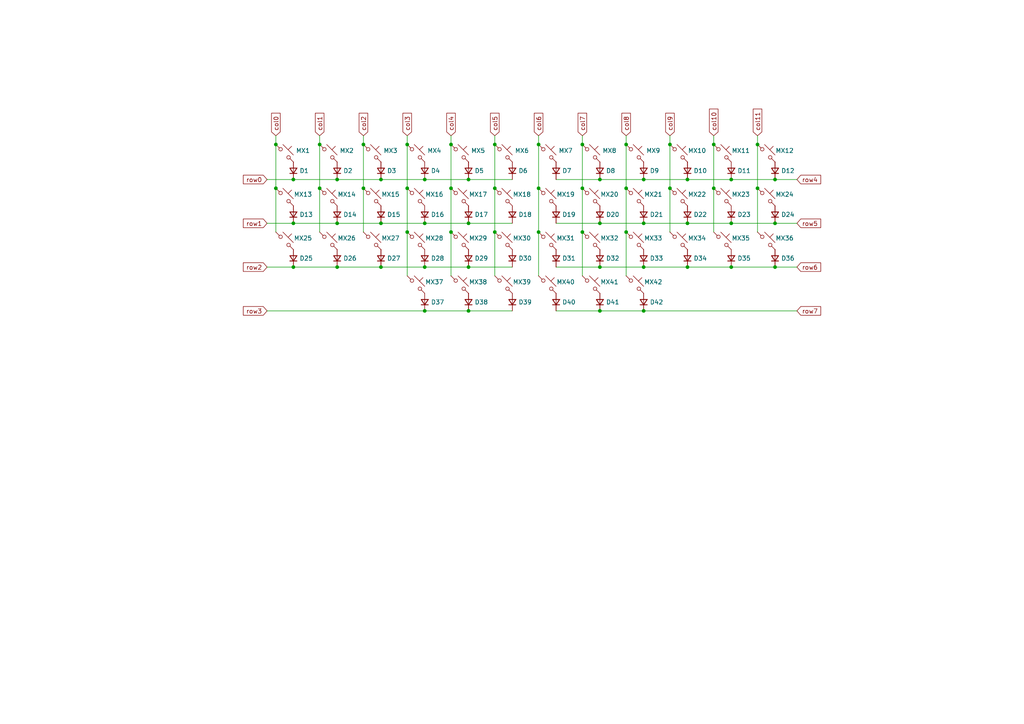
<source format=kicad_sch>
(kicad_sch (version 20231120) (generator "eeschema") (generator_version "8.0")
  (paper "A4")
  (lib_symbols
    (symbol "Device:D_Small" (pin_numbers hide) (pin_names (offset 0.254) hide)
      (property "Reference" "D" (at -1.27 2.032 0))
      (property "Value" "D_Small" (at -3.81 -2.032 0))
      (symbol "D_Small_0_1"
        (polyline (pts (xy -0.762 -1.016) (xy -0.762 1.016)) (stroke (width 0.254)))
        (polyline (pts (xy -0.762 0) (xy 0.762 0)))
        (polyline (pts (xy 0.762 -1.016) (xy -0.762 0) (xy 0.762 1.016) (xy 0.762 -1.016)) (stroke (width 0.254)))
      )
      (symbol "D_Small_1_1"
        (pin passive line (at -2.54 0 0) (length 1.778) (name "K") (number "1"))
        (pin passive line (at 2.54 0 180) (length 1.778) (name "A") (number "2"))
      )
    )
    (symbol "PCM_marbastlib-mx:MX_SW_solder" (pin_numbers hide) (pin_names (offset 1.016) hide)
      (property "Reference" "MX" (at 3.048 1.016 0))
      (property "Value" "MX_SW_solder" (at 0 -3.81 0))
      (symbol "MX_SW_solder_0_1"
        (circle (center -1.1684 1.1684) (radius 0.508))
        (polyline (pts (xy -0.508 2.54) (xy 2.54 -0.508)))
        (polyline (pts (xy 1.016 1.016) (xy 2.032 2.032)))
        (polyline (pts (xy -2.54 2.54) (xy -1.524 1.524) (xy -1.524 1.524)))
        (polyline (pts (xy 1.524 -1.524) (xy 2.54 -2.54) (xy 2.54 -2.54) (xy 2.54 -2.54)))
        (circle (center 1.143 -1.1938) (radius 0.508))
        (pin passive line (at -2.54 2.54 0) (length 0) (name "1") (number "1"))
        (pin passive line (at 2.54 -2.54 180) (length 0) (name "2") (number "2"))
      )
    )
  )
  (junction (at 123.19 52.07))
  (junction (at 85.09 64.77))
  (junction (at 186.69 64.77))
  (junction (at 85.09 52.07))
  (junction (at 123.19 64.77))
  (junction (at 199.39 52.07))
  (junction (at 156.21 67.31))
  (junction (at 212.09 77.47))
  (junction (at 173.99 90.17))
  (junction (at 224.79 52.07))
  (junction (at 135.89 52.07))
  (junction (at 194.31 54.61))
  (junction (at 156.21 54.61))
  (junction (at 212.09 64.77))
  (junction (at 173.99 77.47))
  (junction (at 105.41 54.61))
  (junction (at 110.49 52.07))
  (junction (at 181.61 41.91))
  (junction (at 219.71 54.61))
  (junction (at 143.51 41.91))
  (junction (at 224.79 77.47))
  (junction (at 143.51 54.61))
  (junction (at 168.91 41.91))
  (junction (at 130.81 41.91))
  (junction (at 168.91 54.61))
  (junction (at 80.01 41.91))
  (junction (at 92.71 54.61))
  (junction (at 224.79 64.77))
  (junction (at 97.79 77.47))
  (junction (at 212.09 52.07))
  (junction (at 123.19 77.47))
  (junction (at 118.11 54.61))
  (junction (at 135.89 90.17))
  (junction (at 168.91 67.31))
  (junction (at 207.01 41.91))
  (junction (at 118.11 67.31))
  (junction (at 173.99 64.77))
  (junction (at 80.01 54.61))
  (junction (at 194.31 41.91))
  (junction (at 173.99 52.07))
  (junction (at 219.71 41.91))
  (junction (at 92.71 41.91))
  (junction (at 110.49 64.77))
  (junction (at 143.51 67.31))
  (junction (at 118.11 41.91))
  (junction (at 199.39 64.77))
  (junction (at 186.69 90.17))
  (junction (at 181.61 67.31))
  (junction (at 85.09 77.47))
  (junction (at 130.81 67.31))
  (junction (at 186.69 77.47))
  (junction (at 199.39 77.47))
  (junction (at 105.41 41.91))
  (junction (at 156.21 41.91))
  (junction (at 181.61 54.61))
  (junction (at 130.81 54.61))
  (junction (at 207.01 54.61))
  (junction (at 110.49 77.47))
  (junction (at 97.79 52.07))
  (junction (at 186.69 52.07))
  (junction (at 97.79 64.77))
  (junction (at 123.19 90.17))
  (junction (at 135.89 77.47))
  (junction (at 135.89 64.77))
  (wire (pts (xy 92.71 54.61) (xy 92.71 67.31)))
  (wire (pts (xy 97.79 52.07) (xy 110.49 52.07)))
  (wire (pts (xy 123.19 52.07) (xy 135.89 52.07)))
  (wire (pts (xy 219.71 54.61) (xy 219.71 67.31)))
  (wire (pts (xy 118.11 54.61) (xy 118.11 67.31)))
  (wire (pts (xy 156.21 41.91) (xy 156.21 54.61)))
  (wire (pts (xy 194.31 39.37) (xy 194.31 41.91)))
  (wire (pts (xy 110.49 52.07) (xy 123.19 52.07)))
  (wire (pts (xy 212.09 64.77) (xy 224.79 64.77)))
  (wire (pts (xy 181.61 54.61) (xy 181.61 67.31)))
  (wire (pts (xy 173.99 90.17) (xy 186.69 90.17)))
  (wire (pts (xy 224.79 77.47) (xy 231.14 77.47)))
  (wire (pts (xy 123.19 77.47) (xy 135.89 77.47)))
  (wire (pts (xy 219.71 41.91) (xy 219.71 54.61)))
  (wire (pts (xy 168.91 54.61) (xy 168.91 67.31)))
  (wire (pts (xy 123.19 90.17) (xy 135.89 90.17)))
  (wire (pts (xy 77.47 52.07) (xy 85.09 52.07)))
  (wire (pts (xy 105.41 54.61) (xy 105.41 67.31)))
  (wire (pts (xy 77.47 77.47) (xy 85.09 77.47)))
  (wire (pts (xy 207.01 41.91) (xy 207.01 54.61)))
  (wire (pts (xy 212.09 52.07) (xy 224.79 52.07)))
  (wire (pts (xy 207.01 54.61) (xy 207.01 67.31)))
  (wire (pts (xy 161.29 64.77) (xy 173.99 64.77)))
  (wire (pts (xy 135.89 77.47) (xy 148.59 77.47)))
  (wire (pts (xy 194.31 41.91) (xy 194.31 54.61)))
  (wire (pts (xy 135.89 90.17) (xy 148.59 90.17)))
  (wire (pts (xy 80.01 41.91) (xy 80.01 54.61)))
  (wire (pts (xy 118.11 67.31) (xy 118.11 80.01)))
  (wire (pts (xy 199.39 52.07) (xy 212.09 52.07)))
  (wire (pts (xy 161.29 77.47) (xy 173.99 77.47)))
  (wire (pts (xy 224.79 64.77) (xy 231.14 64.77)))
  (wire (pts (xy 161.29 90.17) (xy 173.99 90.17)))
  (wire (pts (xy 199.39 64.77) (xy 212.09 64.77)))
  (wire (pts (xy 186.69 64.77) (xy 199.39 64.77)))
  (wire (pts (xy 194.31 54.61) (xy 194.31 67.31)))
  (wire (pts (xy 123.19 64.77) (xy 135.89 64.77)))
  (wire (pts (xy 168.91 39.37) (xy 168.91 41.91)))
  (wire (pts (xy 168.91 67.31) (xy 168.91 80.01)))
  (wire (pts (xy 110.49 77.47) (xy 123.19 77.47)))
  (wire (pts (xy 80.01 39.37) (xy 80.01 41.91)))
  (wire (pts (xy 143.51 67.31) (xy 143.51 80.01)))
  (wire (pts (xy 85.09 77.47) (xy 97.79 77.47)))
  (wire (pts (xy 181.61 67.31) (xy 181.61 80.01)))
  (wire (pts (xy 143.51 39.37) (xy 143.51 41.91)))
  (wire (pts (xy 80.01 54.61) (xy 80.01 67.31)))
  (wire (pts (xy 156.21 39.37) (xy 156.21 41.91)))
  (wire (pts (xy 92.71 39.37) (xy 92.71 41.91)))
  (wire (pts (xy 110.49 64.77) (xy 123.19 64.77)))
  (wire (pts (xy 97.79 64.77) (xy 110.49 64.77)))
  (wire (pts (xy 77.47 64.77) (xy 85.09 64.77)))
  (wire (pts (xy 118.11 39.37) (xy 118.11 41.91)))
  (wire (pts (xy 85.09 64.77) (xy 97.79 64.77)))
  (wire (pts (xy 118.11 41.91) (xy 118.11 54.61)))
  (wire (pts (xy 224.79 52.07) (xy 231.14 52.07)))
  (wire (pts (xy 199.39 77.47) (xy 212.09 77.47)))
  (wire (pts (xy 77.47 90.17) (xy 123.19 90.17)))
  (wire (pts (xy 181.61 39.37) (xy 181.61 41.91)))
  (wire (pts (xy 135.89 52.07) (xy 148.59 52.07)))
  (wire (pts (xy 156.21 54.61) (xy 156.21 67.31)))
  (wire (pts (xy 173.99 77.47) (xy 186.69 77.47)))
  (wire (pts (xy 143.51 41.91) (xy 143.51 54.61)))
  (wire (pts (xy 105.41 39.37) (xy 105.41 41.91)))
  (wire (pts (xy 130.81 67.31) (xy 130.81 80.01)))
  (wire (pts (xy 92.71 41.91) (xy 92.71 54.61)))
  (wire (pts (xy 130.81 41.91) (xy 130.81 54.61)))
  (wire (pts (xy 135.89 64.77) (xy 148.59 64.77)))
  (wire (pts (xy 181.61 41.91) (xy 181.61 54.61)))
  (wire (pts (xy 143.51 54.61) (xy 143.51 67.31)))
  (wire (pts (xy 97.79 77.47) (xy 110.49 77.47)))
  (wire (pts (xy 168.91 41.91) (xy 168.91 54.61)))
  (wire (pts (xy 173.99 64.77) (xy 186.69 64.77)))
  (wire (pts (xy 85.09 52.07) (xy 97.79 52.07)))
  (wire (pts (xy 212.09 77.47) (xy 224.79 77.47)))
  (wire (pts (xy 156.21 67.31) (xy 156.21 80.01)))
  (wire (pts (xy 130.81 39.37) (xy 130.81 41.91)))
  (wire (pts (xy 173.99 52.07) (xy 186.69 52.07)))
  (wire (pts (xy 130.81 54.61) (xy 130.81 67.31)))
  (wire (pts (xy 219.71 39.37) (xy 219.71 41.91)))
  (wire (pts (xy 105.41 41.91) (xy 105.41 54.61)))
  (wire (pts (xy 186.69 90.17) (xy 231.14 90.17)))
  (wire (pts (xy 161.29 52.07) (xy 173.99 52.07)))
  (wire (pts (xy 186.69 52.07) (xy 199.39 52.07)))
  (wire (pts (xy 186.69 77.47) (xy 199.39 77.47)))
  (wire (pts (xy 207.01 39.37) (xy 207.01 41.91)))
  (global_label "col1" (shape input) (at 92.71 39.37 90) (property "Intersheetrefs" "${INTERSHEET_REFS}" (effects (hide yes))))
  (global_label "col7" (shape input) (at 168.91 39.37 90) (property "Intersheetrefs" "${INTERSHEET_REFS}" (effects (hide yes))))
  (global_label "col4" (shape input) (at 130.81 39.37 90) (property "Intersheetrefs" "${INTERSHEET_REFS}" (effects (hide yes))))
  (global_label "row7" (shape input) (at 231.14 90.17 0) (property "Intersheetrefs" "${INTERSHEET_REFS}" (effects (hide yes))))
  (global_label "col6" (shape input) (at 156.21 39.37 90) (property "Intersheetrefs" "${INTERSHEET_REFS}" (effects (hide yes))))
  (global_label "col10" (shape input) (at 207.01 39.37 90) (property "Intersheetrefs" "${INTERSHEET_REFS}" (effects (hide yes))))
  (global_label "col3" (shape input) (at 118.11 39.37 90) (property "Intersheetrefs" "${INTERSHEET_REFS}" (effects (hide yes))))
  (global_label "col2" (shape input) (at 105.41 39.37 90) (property "Intersheetrefs" "${INTERSHEET_REFS}" (effects (hide yes))))
  (global_label "row2" (shape input) (at 77.47 77.47 180) (property "Intersheetrefs" "${INTERSHEET_REFS}" (effects (hide yes))))
  (global_label "col5" (shape input) (at 143.51 39.37 90) (property "Intersheetrefs" "${INTERSHEET_REFS}" (effects (hide yes))))
  (global_label "row3" (shape input) (at 77.47 90.17 180) (property "Intersheetrefs" "${INTERSHEET_REFS}" (effects (hide yes))))
  (global_label "col0" (shape input) (at 80.01 39.37 90) (property "Intersheetrefs" "${INTERSHEET_REFS}" (effects (hide yes))))
  (global_label "col11" (shape input) (at 219.71 39.37 90) (property "Intersheetrefs" "${INTERSHEET_REFS}" (effects (hide yes))))
  (global_label "col8" (shape input) (at 181.61 39.37 90) (property "Intersheetrefs" "${INTERSHEET_REFS}" (effects (hide yes))))
  (global_label "row1" (shape input) (at 77.47 64.77 180) (property "Intersheetrefs" "${INTERSHEET_REFS}" (effects (hide yes))))
  (global_label "row0" (shape input) (at 77.47 52.07 180) (property "Intersheetrefs" "${INTERSHEET_REFS}" (effects (hide yes))))
  (global_label "row4" (shape input) (at 231.14 52.07 0) (property "Intersheetrefs" "${INTERSHEET_REFS}" (effects (hide yes))))
  (global_label "row5" (shape input) (at 231.14 64.77 0) (property "Intersheetrefs" "${INTERSHEET_REFS}" (effects (hide yes))))
  (global_label "row6" (shape input) (at 231.14 77.47 0) (property "Intersheetrefs" "${INTERSHEET_REFS}" (effects (hide yes))))
  (global_label "col9" (shape input) (at 194.31 39.37 90) (property "Intersheetrefs" "${INTERSHEET_REFS}" (effects (hide yes))))
  (symbol (lib_id "Device:D_Small") (at 123.19 49.53 90) (unit 1)
    (property "Reference" "D4" (at 124.968 49.53 90) (effects (justify right)))
    (property "Value" "D_Small" (effects (hide yes)))
    (property "Footprint" "Diode_SMD:D_SOD-123" (effects (hide yes)))
    (property "Description" "Diode, small symbol" (effects (hide yes)))
    (property "Sim.Device" "D" (effects (hide yes)))
    (property "Sim.Pins" "1=K 2=A" (effects (hide yes)))
  )
  (symbol (lib_id "PCM_marbastlib-mx:MX_SW_solder") (at 146.05 57.15 0) (unit 1)
    (property "Reference" "MX18" (at 151.384 56.388 0))
    (property "Value" "MX_SW_solder" (effects (hide yes)))
    (property "Footprint" "user:SW_Redragon_LowProfile_PCB_1.00u" (effects (hide yes)))
    (property "Description" "Push button switch, normally open, two pins, 45° tilted" (effects (hide yes)))
  )
  (symbol (lib_id "Device:D_Small") (at 173.99 62.23 90) (unit 1)
    (property "Reference" "D20" (at 175.768 62.23 90) (effects (justify right)))
    (property "Value" "D_Small" (effects (hide yes)))
    (property "Footprint" "Diode_SMD:D_SOD-123" (effects (hide yes)))
    (property "Description" "Diode, small symbol" (effects (hide yes)))
    (property "Sim.Device" "D" (effects (hide yes)))
    (property "Sim.Pins" "1=K 2=A" (effects (hide yes)))
  )
  (symbol (lib_id "PCM_marbastlib-mx:MX_SW_solder") (at 209.55 57.15 0) (unit 1)
    (property "Reference" "MX23" (at 214.884 56.388 0))
    (property "Value" "MX_SW_solder" (effects (hide yes)))
    (property "Footprint" "user:SW_Redragon_LowProfile_PCB_1.00u" (effects (hide yes)))
    (property "Description" "Push button switch, normally open, two pins, 45° tilted" (effects (hide yes)))
  )
  (symbol (lib_id "PCM_marbastlib-mx:MX_SW_solder") (at 184.15 82.55 0) (unit 1)
    (property "Reference" "MX42" (at 189.484 81.788 0))
    (property "Value" "MX_SW_solder" (effects (hide yes)))
    (property "Footprint" "user:SW_Redragon_LowProfile_PCB_1.00u" (effects (hide yes)))
    (property "Description" "Push button switch, normally open, two pins, 45° tilted" (effects (hide yes)))
  )
  (symbol (lib_id "Device:D_Small") (at 110.49 74.93 90) (unit 1)
    (property "Reference" "D27" (at 112.268 74.93 90) (effects (justify right)))
    (property "Value" "D_Small" (effects (hide yes)))
    (property "Footprint" "Diode_SMD:D_SOD-123" (effects (hide yes)))
    (property "Description" "Diode, small symbol" (effects (hide yes)))
    (property "Sim.Device" "D" (effects (hide yes)))
    (property "Sim.Pins" "1=K 2=A" (effects (hide yes)))
  )
  (symbol (lib_id "PCM_marbastlib-mx:MX_SW_solder") (at 120.65 57.15 0) (unit 1)
    (property "Reference" "MX16" (at 125.984 56.388 0))
    (property "Value" "MX_SW_solder" (effects (hide yes)))
    (property "Footprint" "user:SW_Redragon_LowProfile_PCB_1.00u" (effects (hide yes)))
    (property "Description" "Push button switch, normally open, two pins, 45° tilted" (effects (hide yes)))
  )
  (symbol (lib_id "PCM_marbastlib-mx:MX_SW_solder") (at 133.35 69.85 0) (unit 1)
    (property "Reference" "MX29" (at 138.684 69.088 0))
    (property "Value" "MX_SW_solder" (effects (hide yes)))
    (property "Footprint" "user:SW_Redragon_LowProfile_PCB_1.00u" (effects (hide yes)))
    (property "Description" "Push button switch, normally open, two pins, 45° tilted" (effects (hide yes)))
  )
  (symbol (lib_id "PCM_marbastlib-mx:MX_SW_solder") (at 196.85 57.15 0) (unit 1)
    (property "Reference" "MX22" (at 202.184 56.388 0))
    (property "Value" "MX_SW_solder" (effects (hide yes)))
    (property "Footprint" "user:SW_Redragon_LowProfile_PCB_1.00u" (effects (hide yes)))
    (property "Description" "Push button switch, normally open, two pins, 45° tilted" (effects (hide yes)))
  )
  (symbol (lib_id "Device:D_Small") (at 161.29 62.23 90) (unit 1)
    (property "Reference" "D19" (at 163.068 62.23 90) (effects (justify right)))
    (property "Value" "D_Small" (effects (hide yes)))
    (property "Footprint" "Diode_SMD:D_SOD-123" (effects (hide yes)))
    (property "Description" "Diode, small symbol" (effects (hide yes)))
    (property "Sim.Device" "D" (effects (hide yes)))
    (property "Sim.Pins" "1=K 2=A" (effects (hide yes)))
  )
  (symbol (lib_id "Device:D_Small") (at 224.79 62.23 90) (unit 1)
    (property "Reference" "D24" (at 226.568 62.23 90) (effects (justify right)))
    (property "Value" "D_Small" (effects (hide yes)))
    (property "Footprint" "Diode_SMD:D_SOD-123" (effects (hide yes)))
    (property "Description" "Diode, small symbol" (effects (hide yes)))
    (property "Sim.Device" "D" (effects (hide yes)))
    (property "Sim.Pins" "1=K 2=A" (effects (hide yes)))
  )
  (symbol (lib_id "PCM_marbastlib-mx:MX_SW_solder") (at 171.45 69.85 0) (unit 1)
    (property "Reference" "MX32" (at 176.784 69.088 0))
    (property "Value" "MX_SW_solder" (effects (hide yes)))
    (property "Footprint" "user:SW_Redragon_LowProfile_PCB_1.00u" (effects (hide yes)))
    (property "Description" "Push button switch, normally open, two pins, 45° tilted" (effects (hide yes)))
  )
  (symbol (lib_id "PCM_marbastlib-mx:MX_SW_solder") (at 107.95 44.45 0) (unit 1)
    (property "Reference" "MX3" (at 113.284 43.688 0))
    (property "Value" "MX_SW_solder" (effects (hide yes)))
    (property "Footprint" "user:SW_Redragon_LowProfile_PCB_1.00u" (effects (hide yes)))
    (property "Description" "Push button switch, normally open, two pins, 45° tilted" (effects (hide yes)))
  )
  (symbol (lib_id "Device:D_Small") (at 110.49 62.23 90) (unit 1)
    (property "Reference" "D15" (at 112.268 62.23 90) (effects (justify right)))
    (property "Value" "D_Small" (effects (hide yes)))
    (property "Footprint" "Diode_SMD:D_SOD-123" (effects (hide yes)))
    (property "Description" "Diode, small symbol" (effects (hide yes)))
    (property "Sim.Device" "D" (effects (hide yes)))
    (property "Sim.Pins" "1=K 2=A" (effects (hide yes)))
  )
  (symbol (lib_id "PCM_marbastlib-mx:MX_SW_solder") (at 146.05 69.85 0) (unit 1)
    (property "Reference" "MX30" (at 151.384 69.088 0))
    (property "Value" "MX_SW_solder" (effects (hide yes)))
    (property "Footprint" "user:SW_Redragon_LowProfile_PCB_1.00u" (effects (hide yes)))
    (property "Description" "Push button switch, normally open, two pins, 45° tilted" (effects (hide yes)))
  )
  (symbol (lib_id "PCM_marbastlib-mx:MX_SW_solder") (at 146.05 44.45 0) (unit 1)
    (property "Reference" "MX6" (at 151.384 43.688 0))
    (property "Value" "MX_SW_solder" (effects (hide yes)))
    (property "Footprint" "user:SW_Redragon_LowProfile_PCB_1.00u" (effects (hide yes)))
    (property "Description" "Push button switch, normally open, two pins, 45° tilted" (effects (hide yes)))
  )
  (symbol (lib_id "Device:D_Small") (at 135.89 74.93 90) (unit 1)
    (property "Reference" "D29" (at 137.668 74.93 90) (effects (justify right)))
    (property "Value" "D_Small" (effects (hide yes)))
    (property "Footprint" "Diode_SMD:D_SOD-123" (effects (hide yes)))
    (property "Description" "Diode, small symbol" (effects (hide yes)))
    (property "Sim.Device" "D" (effects (hide yes)))
    (property "Sim.Pins" "1=K 2=A" (effects (hide yes)))
  )
  (symbol (lib_id "PCM_marbastlib-mx:MX_SW_solder") (at 107.95 57.15 0) (unit 1)
    (property "Reference" "MX15" (at 113.284 56.388 0))
    (property "Value" "MX_SW_solder" (effects (hide yes)))
    (property "Footprint" "user:SW_Redragon_LowProfile_PCB_1.00u" (effects (hide yes)))
    (property "Description" "Push button switch, normally open, two pins, 45° tilted" (effects (hide yes)))
  )
  (symbol (lib_id "Device:D_Small") (at 97.79 74.93 90) (unit 1)
    (property "Reference" "D26" (at 99.568 74.93 90) (effects (justify right)))
    (property "Value" "D_Small" (effects (hide yes)))
    (property "Footprint" "Diode_SMD:D_SOD-123" (effects (hide yes)))
    (property "Description" "Diode, small symbol" (effects (hide yes)))
    (property "Sim.Device" "D" (effects (hide yes)))
    (property "Sim.Pins" "1=K 2=A" (effects (hide yes)))
  )
  (symbol (lib_id "Device:D_Small") (at 161.29 74.93 90) (unit 1)
    (property "Reference" "D31" (at 163.068 74.93 90) (effects (justify right)))
    (property "Value" "D_Small" (effects (hide yes)))
    (property "Footprint" "Diode_SMD:D_SOD-123" (effects (hide yes)))
    (property "Description" "Diode, small symbol" (effects (hide yes)))
    (property "Sim.Device" "D" (effects (hide yes)))
    (property "Sim.Pins" "1=K 2=A" (effects (hide yes)))
  )
  (symbol (lib_id "PCM_marbastlib-mx:MX_SW_solder") (at 209.55 69.85 0) (unit 1)
    (property "Reference" "MX35" (at 214.884 69.088 0))
    (property "Value" "MX_SW_solder" (effects (hide yes)))
    (property "Footprint" "user:SW_Redragon_LowProfile_PCB_1.00u" (effects (hide yes)))
    (property "Description" "Push button switch, normally open, two pins, 45° tilted" (effects (hide yes)))
  )
  (symbol (lib_id "PCM_marbastlib-mx:MX_SW_solder") (at 158.75 69.85 0) (unit 1)
    (property "Reference" "MX31" (at 164.084 69.088 0))
    (property "Value" "MX_SW_solder" (effects (hide yes)))
    (property "Footprint" "user:SW_Redragon_LowProfile_PCB_1.00u" (effects (hide yes)))
    (property "Description" "Push button switch, normally open, two pins, 45° tilted" (effects (hide yes)))
  )
  (symbol (lib_id "Device:D_Small") (at 135.89 49.53 90) (unit 1)
    (property "Reference" "D5" (at 137.668 49.53 90) (effects (justify right)))
    (property "Value" "D_Small" (effects (hide yes)))
    (property "Footprint" "Diode_SMD:D_SOD-123" (effects (hide yes)))
    (property "Description" "Diode, small symbol" (effects (hide yes)))
    (property "Sim.Device" "D" (effects (hide yes)))
    (property "Sim.Pins" "1=K 2=A" (effects (hide yes)))
  )
  (symbol (lib_id "PCM_marbastlib-mx:MX_SW_solder") (at 95.25 44.45 0) (unit 1)
    (property "Reference" "MX2" (at 100.584 43.688 0))
    (property "Value" "MX_SW_solder" (effects (hide yes)))
    (property "Footprint" "user:SW_Redragon_LowProfile_PCB_1.00u" (effects (hide yes)))
    (property "Description" "Push button switch, normally open, two pins, 45° tilted" (effects (hide yes)))
  )
  (symbol (lib_id "PCM_marbastlib-mx:MX_SW_solder") (at 95.25 69.85 0) (unit 1)
    (property "Reference" "MX26" (at 100.584 69.088 0))
    (property "Value" "MX_SW_solder" (effects (hide yes)))
    (property "Footprint" "user:SW_Redragon_LowProfile_PCB_1.00u" (effects (hide yes)))
    (property "Description" "Push button switch, normally open, two pins, 45° tilted" (effects (hide yes)))
  )
  (symbol (lib_id "PCM_marbastlib-mx:MX_SW_solder") (at 158.75 57.15 0) (unit 1)
    (property "Reference" "MX19" (at 164.084 56.388 0))
    (property "Value" "MX_SW_solder" (effects (hide yes)))
    (property "Footprint" "user:SW_Redragon_LowProfile_PCB_1.00u" (effects (hide yes)))
    (property "Description" "Push button switch, normally open, two pins, 45° tilted" (effects (hide yes)))
  )
  (symbol (lib_id "Device:D_Small") (at 135.89 87.63 90) (unit 1)
    (property "Reference" "D38" (at 137.668 87.63 90) (effects (justify right)))
    (property "Value" "D_Small" (effects (hide yes)))
    (property "Footprint" "Diode_SMD:D_SOD-123" (effects (hide yes)))
    (property "Description" "Diode, small symbol" (effects (hide yes)))
    (property "Sim.Device" "D" (effects (hide yes)))
    (property "Sim.Pins" "1=K 2=A" (effects (hide yes)))
  )
  (symbol (lib_id "Device:D_Small") (at 123.19 87.63 90) (unit 1)
    (property "Reference" "D37" (at 124.968 87.63 90) (effects (justify right)))
    (property "Value" "D_Small" (effects (hide yes)))
    (property "Footprint" "Diode_SMD:D_SOD-123" (effects (hide yes)))
    (property "Description" "Diode, small symbol" (effects (hide yes)))
    (property "Sim.Device" "D" (effects (hide yes)))
    (property "Sim.Pins" "1=K 2=A" (effects (hide yes)))
  )
  (symbol (lib_id "Device:D_Small") (at 135.89 62.23 90) (unit 1)
    (property "Reference" "D17" (at 137.668 62.23 90) (effects (justify right)))
    (property "Value" "D_Small" (effects (hide yes)))
    (property "Footprint" "Diode_SMD:D_SOD-123" (effects (hide yes)))
    (property "Description" "Diode, small symbol" (effects (hide yes)))
    (property "Sim.Device" "D" (effects (hide yes)))
    (property "Sim.Pins" "1=K 2=A" (effects (hide yes)))
  )
  (symbol (lib_id "Device:D_Small") (at 173.99 74.93 90) (unit 1)
    (property "Reference" "D32" (at 175.768 74.93 90) (effects (justify right)))
    (property "Value" "D_Small" (effects (hide yes)))
    (property "Footprint" "Diode_SMD:D_SOD-123" (effects (hide yes)))
    (property "Description" "Diode, small symbol" (effects (hide yes)))
    (property "Sim.Device" "D" (effects (hide yes)))
    (property "Sim.Pins" "1=K 2=A" (effects (hide yes)))
  )
  (symbol (lib_id "Device:D_Small") (at 123.19 62.23 90) (unit 1)
    (property "Reference" "D16" (at 124.968 62.23 90) (effects (justify right)))
    (property "Value" "D_Small" (effects (hide yes)))
    (property "Footprint" "Diode_SMD:D_SOD-123" (effects (hide yes)))
    (property "Description" "Diode, small symbol" (effects (hide yes)))
    (property "Sim.Device" "D" (effects (hide yes)))
    (property "Sim.Pins" "1=K 2=A" (effects (hide yes)))
  )
  (symbol (lib_id "Device:D_Small") (at 161.29 87.63 90) (unit 1)
    (property "Reference" "D40" (at 163.068 87.63 90) (effects (justify right)))
    (property "Value" "D_Small" (effects (hide yes)))
    (property "Footprint" "Diode_SMD:D_SOD-123" (effects (hide yes)))
    (property "Description" "Diode, small symbol" (effects (hide yes)))
    (property "Sim.Device" "D" (effects (hide yes)))
    (property "Sim.Pins" "1=K 2=A" (effects (hide yes)))
  )
  (symbol (lib_id "PCM_marbastlib-mx:MX_SW_solder") (at 146.05 82.55 0) (unit 1)
    (property "Reference" "MX39" (at 151.384 81.788 0))
    (property "Value" "MX_SW_solder" (effects (hide yes)))
    (property "Footprint" "user:SW_Redragon_LowProfile_PCB_1.00u" (effects (hide yes)))
    (property "Description" "Push button switch, normally open, two pins, 45° tilted" (effects (hide yes)))
  )
  (symbol (lib_id "Device:D_Small") (at 148.59 74.93 90) (unit 1)
    (property "Reference" "D30" (at 150.368 74.93 90) (effects (justify right)))
    (property "Value" "D_Small" (effects (hide yes)))
    (property "Footprint" "Diode_SMD:D_SOD-123" (effects (hide yes)))
    (property "Description" "Diode, small symbol" (effects (hide yes)))
    (property "Sim.Device" "D" (effects (hide yes)))
    (property "Sim.Pins" "1=K 2=A" (effects (hide yes)))
  )
  (symbol (lib_id "Device:D_Small") (at 212.09 49.53 90) (unit 1)
    (property "Reference" "D11" (at 213.868 49.53 90) (effects (justify right)))
    (property "Value" "D_Small" (effects (hide yes)))
    (property "Footprint" "Diode_SMD:D_SOD-123" (effects (hide yes)))
    (property "Description" "Diode, small symbol" (effects (hide yes)))
    (property "Sim.Device" "D" (effects (hide yes)))
    (property "Sim.Pins" "1=K 2=A" (effects (hide yes)))
  )
  (symbol (lib_id "PCM_marbastlib-mx:MX_SW_solder") (at 82.55 57.15 0) (unit 1)
    (property "Reference" "MX13" (at 87.884 56.388 0))
    (property "Value" "MX_SW_solder" (effects (hide yes)))
    (property "Footprint" "user:SW_Redragon_LowProfile_PCB_1.00u" (effects (hide yes)))
    (property "Description" "Push button switch, normally open, two pins, 45° tilted" (effects (hide yes)))
  )
  (symbol (lib_id "Device:D_Small") (at 224.79 49.53 90) (unit 1)
    (property "Reference" "D12" (at 226.568 49.53 90) (effects (justify right)))
    (property "Value" "D_Small" (effects (hide yes)))
    (property "Footprint" "Diode_SMD:D_SOD-123" (effects (hide yes)))
    (property "Description" "Diode, small symbol" (effects (hide yes)))
    (property "Sim.Device" "D" (effects (hide yes)))
    (property "Sim.Pins" "1=K 2=A" (effects (hide yes)))
  )
  (symbol (lib_id "PCM_marbastlib-mx:MX_SW_solder") (at 82.55 44.45 0) (unit 1)
    (property "Reference" "MX1" (at 87.884 43.688 0))
    (property "Value" "MX_SW_solder" (effects (hide yes)))
    (property "Footprint" "user:SW_Redragon_LowProfile_PCB_1.00u" (effects (hide yes)))
    (property "Description" "Push button switch, normally open, two pins, 45° tilted" (effects (hide yes)))
  )
  (symbol (lib_id "PCM_marbastlib-mx:MX_SW_solder") (at 184.15 44.45 0) (unit 1)
    (property "Reference" "MX9" (at 189.484 43.688 0))
    (property "Value" "MX_SW_solder" (effects (hide yes)))
    (property "Footprint" "user:SW_Redragon_LowProfile_PCB_1.00u" (effects (hide yes)))
    (property "Description" "Push button switch, normally open, two pins, 45° tilted" (effects (hide yes)))
  )
  (symbol (lib_id "Device:D_Small") (at 224.79 74.93 90) (unit 1)
    (property "Reference" "D36" (at 226.568 74.93 90) (effects (justify right)))
    (property "Value" "D_Small" (effects (hide yes)))
    (property "Footprint" "Diode_SMD:D_SOD-123" (effects (hide yes)))
    (property "Description" "Diode, small symbol" (effects (hide yes)))
    (property "Sim.Device" "D" (effects (hide yes)))
    (property "Sim.Pins" "1=K 2=A" (effects (hide yes)))
  )
  (symbol (lib_id "Device:D_Small") (at 97.79 49.53 90) (unit 1)
    (property "Reference" "D2" (at 99.568 49.53 90) (effects (justify right)))
    (property "Value" "D_Small" (effects (hide yes)))
    (property "Footprint" "Diode_SMD:D_SOD-123" (effects (hide yes)))
    (property "Description" "Diode, small symbol" (effects (hide yes)))
    (property "Sim.Device" "D" (effects (hide yes)))
    (property "Sim.Pins" "1=K 2=A" (effects (hide yes)))
  )
  (symbol (lib_id "Device:D_Small") (at 186.69 49.53 90) (unit 1)
    (property "Reference" "D9" (at 188.468 49.53 90) (effects (justify right)))
    (property "Value" "D_Small" (effects (hide yes)))
    (property "Footprint" "Diode_SMD:D_SOD-123" (effects (hide yes)))
    (property "Description" "Diode, small symbol" (effects (hide yes)))
    (property "Sim.Device" "D" (effects (hide yes)))
    (property "Sim.Pins" "1=K 2=A" (effects (hide yes)))
  )
  (symbol (lib_id "Device:D_Small") (at 173.99 87.63 90) (unit 1)
    (property "Reference" "D41" (at 175.768 87.63 90) (effects (justify right)))
    (property "Value" "D_Small" (effects (hide yes)))
    (property "Footprint" "Diode_SMD:D_SOD-123" (effects (hide yes)))
    (property "Description" "Diode, small symbol" (effects (hide yes)))
    (property "Sim.Device" "D" (effects (hide yes)))
    (property "Sim.Pins" "1=K 2=A" (effects (hide yes)))
  )
  (symbol (lib_id "PCM_marbastlib-mx:MX_SW_solder") (at 209.55 44.45 0) (unit 1)
    (property "Reference" "MX11" (at 214.884 43.688 0))
    (property "Value" "MX_SW_solder" (effects (hide yes)))
    (property "Footprint" "user:SW_Redragon_LowProfile_PCB_1.00u" (effects (hide yes)))
    (property "Description" "Push button switch, normally open, two pins, 45° tilted" (effects (hide yes)))
  )
  (symbol (lib_id "PCM_marbastlib-mx:MX_SW_solder") (at 82.55 69.85 0) (unit 1)
    (property "Reference" "MX25" (at 87.884 69.088 0))
    (property "Value" "MX_SW_solder" (effects (hide yes)))
    (property "Footprint" "user:SW_Redragon_LowProfile_PCB_1.00u" (effects (hide yes)))
    (property "Description" "Push button switch, normally open, two pins, 45° tilted" (effects (hide yes)))
  )
  (symbol (lib_id "Device:D_Small") (at 199.39 49.53 90) (unit 1)
    (property "Reference" "D10" (at 201.168 49.53 90) (effects (justify right)))
    (property "Value" "D_Small" (effects (hide yes)))
    (property "Footprint" "Diode_SMD:D_SOD-123" (effects (hide yes)))
    (property "Description" "Diode, small symbol" (effects (hide yes)))
    (property "Sim.Device" "D" (effects (hide yes)))
    (property "Sim.Pins" "1=K 2=A" (effects (hide yes)))
  )
  (symbol (lib_id "PCM_marbastlib-mx:MX_SW_solder") (at 184.15 57.15 0) (unit 1)
    (property "Reference" "MX21" (at 189.484 56.388 0))
    (property "Value" "MX_SW_solder" (effects (hide yes)))
    (property "Footprint" "user:SW_Redragon_LowProfile_PCB_1.00u" (effects (hide yes)))
    (property "Description" "Push button switch, normally open, two pins, 45° tilted" (effects (hide yes)))
  )
  (symbol (lib_id "Device:D_Small") (at 212.09 62.23 90) (unit 1)
    (property "Reference" "D23" (at 213.868 62.23 90) (effects (justify right)))
    (property "Value" "D_Small" (effects (hide yes)))
    (property "Footprint" "Diode_SMD:D_SOD-123" (effects (hide yes)))
    (property "Description" "Diode, small symbol" (effects (hide yes)))
    (property "Sim.Device" "D" (effects (hide yes)))
    (property "Sim.Pins" "1=K 2=A" (effects (hide yes)))
  )
  (symbol (lib_id "Device:D_Small") (at 161.29 49.53 90) (unit 1)
    (property "Reference" "D7" (at 163.068 49.53 90) (effects (justify right)))
    (property "Value" "D_Small" (effects (hide yes)))
    (property "Footprint" "Diode_SMD:D_SOD-123" (effects (hide yes)))
    (property "Description" "Diode, small symbol" (effects (hide yes)))
    (property "Sim.Device" "D" (effects (hide yes)))
    (property "Sim.Pins" "1=K 2=A" (effects (hide yes)))
  )
  (symbol (lib_id "PCM_marbastlib-mx:MX_SW_solder") (at 107.95 69.85 0) (unit 1)
    (property "Reference" "MX27" (at 113.284 69.088 0))
    (property "Value" "MX_SW_solder" (effects (hide yes)))
    (property "Footprint" "user:SW_Redragon_LowProfile_PCB_1.00u" (effects (hide yes)))
    (property "Description" "Push button switch, normally open, two pins, 45° tilted" (effects (hide yes)))
  )
  (symbol (lib_id "Device:D_Small") (at 186.69 62.23 90) (unit 1)
    (property "Reference" "D21" (at 188.468 62.23 90) (effects (justify right)))
    (property "Value" "D_Small" (effects (hide yes)))
    (property "Footprint" "Diode_SMD:D_SOD-123" (effects (hide yes)))
    (property "Description" "Diode, small symbol" (effects (hide yes)))
    (property "Sim.Device" "D" (effects (hide yes)))
    (property "Sim.Pins" "1=K 2=A" (effects (hide yes)))
  )
  (symbol (lib_id "Device:D_Small") (at 85.09 74.93 90) (unit 1)
    (property "Reference" "D25" (at 86.868 74.93 90) (effects (justify right)))
    (property "Value" "D_Small" (effects (hide yes)))
    (property "Footprint" "Diode_SMD:D_SOD-123" (effects (hide yes)))
    (property "Description" "Diode, small symbol" (effects (hide yes)))
    (property "Sim.Device" "D" (effects (hide yes)))
    (property "Sim.Pins" "1=K 2=A" (effects (hide yes)))
  )
  (symbol (lib_id "PCM_marbastlib-mx:MX_SW_solder") (at 222.25 44.45 0) (unit 1)
    (property "Reference" "MX12" (at 227.584 43.688 0))
    (property "Value" "MX_SW_solder" (effects (hide yes)))
    (property "Footprint" "user:SW_Redragon_LowProfile_PCB_1.00u" (effects (hide yes)))
    (property "Description" "Push button switch, normally open, two pins, 45° tilted" (effects (hide yes)))
  )
  (symbol (lib_id "Device:D_Small") (at 123.19 74.93 90) (unit 1)
    (property "Reference" "D28" (at 124.968 74.93 90) (effects (justify right)))
    (property "Value" "D_Small" (effects (hide yes)))
    (property "Footprint" "Diode_SMD:D_SOD-123" (effects (hide yes)))
    (property "Description" "Diode, small symbol" (effects (hide yes)))
    (property "Sim.Device" "D" (effects (hide yes)))
    (property "Sim.Pins" "1=K 2=A" (effects (hide yes)))
  )
  (symbol (lib_id "Device:D_Small") (at 85.09 62.23 90) (unit 1)
    (property "Reference" "D13" (at 86.868 62.23 90) (effects (justify right)))
    (property "Value" "D_Small" (effects (hide yes)))
    (property "Footprint" "Diode_SMD:D_SOD-123" (effects (hide yes)))
    (property "Description" "Diode, small symbol" (effects (hide yes)))
    (property "Sim.Device" "D" (effects (hide yes)))
    (property "Sim.Pins" "1=K 2=A" (effects (hide yes)))
  )
  (symbol (lib_id "PCM_marbastlib-mx:MX_SW_solder") (at 120.65 82.55 0) (unit 1)
    (property "Reference" "MX37" (at 125.984 81.788 0))
    (property "Value" "MX_SW_solder" (effects (hide yes)))
    (property "Footprint" "user:SW_Redragon_LowProfile_PCB_1.00u" (effects (hide yes)))
    (property "Description" "Push button switch, normally open, two pins, 45° tilted" (effects (hide yes)))
  )
  (symbol (lib_id "PCM_marbastlib-mx:MX_SW_solder") (at 158.75 44.45 0) (unit 1)
    (property "Reference" "MX7" (at 164.084 43.688 0))
    (property "Value" "MX_SW_solder" (effects (hide yes)))
    (property "Footprint" "user:SW_Redragon_LowProfile_PCB_1.00u" (effects (hide yes)))
    (property "Description" "Push button switch, normally open, two pins, 45° tilted" (effects (hide yes)))
  )
  (symbol (lib_id "Device:D_Small") (at 148.59 62.23 90) (unit 1)
    (property "Reference" "D18" (at 150.368 62.23 90) (effects (justify right)))
    (property "Value" "D_Small" (effects (hide yes)))
    (property "Footprint" "Diode_SMD:D_SOD-123" (effects (hide yes)))
    (property "Description" "Diode, small symbol" (effects (hide yes)))
    (property "Sim.Device" "D" (effects (hide yes)))
    (property "Sim.Pins" "1=K 2=A" (effects (hide yes)))
  )
  (symbol (lib_id "Device:D_Small") (at 97.79 62.23 90) (unit 1)
    (property "Reference" "D14" (at 99.568 62.23 90) (effects (justify right)))
    (property "Value" "D_Small" (effects (hide yes)))
    (property "Footprint" "Diode_SMD:D_SOD-123" (effects (hide yes)))
    (property "Description" "Diode, small symbol" (effects (hide yes)))
    (property "Sim.Device" "D" (effects (hide yes)))
    (property "Sim.Pins" "1=K 2=A" (effects (hide yes)))
  )
  (symbol (lib_id "Device:D_Small") (at 199.39 74.93 90) (unit 1)
    (property "Reference" "D34" (at 201.168 74.93 90) (effects (justify right)))
    (property "Value" "D_Small" (effects (hide yes)))
    (property "Footprint" "Diode_SMD:D_SOD-123" (effects (hide yes)))
    (property "Description" "Diode, small symbol" (effects (hide yes)))
    (property "Sim.Device" "D" (effects (hide yes)))
    (property "Sim.Pins" "1=K 2=A" (effects (hide yes)))
  )
  (symbol (lib_id "Device:D_Small") (at 199.39 62.23 90) (unit 1)
    (property "Reference" "D22" (at 201.168 62.23 90) (effects (justify right)))
    (property "Value" "D_Small" (effects (hide yes)))
    (property "Footprint" "Diode_SMD:D_SOD-123" (effects (hide yes)))
    (property "Description" "Diode, small symbol" (effects (hide yes)))
    (property "Sim.Device" "D" (effects (hide yes)))
    (property "Sim.Pins" "1=K 2=A" (effects (hide yes)))
  )
  (symbol (lib_id "Device:D_Small") (at 148.59 49.53 90) (unit 1)
    (property "Reference" "D6" (at 150.368 49.53 90) (effects (justify right)))
    (property "Value" "D_Small" (effects (hide yes)))
    (property "Footprint" "Diode_SMD:D_SOD-123" (effects (hide yes)))
    (property "Description" "Diode, small symbol" (effects (hide yes)))
    (property "Sim.Device" "D" (effects (hide yes)))
    (property "Sim.Pins" "1=K 2=A" (effects (hide yes)))
  )
  (symbol (lib_id "PCM_marbastlib-mx:MX_SW_solder") (at 120.65 44.45 0) (unit 1)
    (property "Reference" "MX4" (at 125.984 43.688 0))
    (property "Value" "MX_SW_solder" (effects (hide yes)))
    (property "Footprint" "user:SW_Redragon_LowProfile_PCB_1.00u" (effects (hide yes)))
    (property "Description" "Push button switch, normally open, two pins, 45° tilted" (effects (hide yes)))
  )
  (symbol (lib_id "PCM_marbastlib-mx:MX_SW_solder") (at 222.25 69.85 0) (unit 1)
    (property "Reference" "MX36" (at 227.584 69.088 0))
    (property "Value" "MX_SW_solder" (effects (hide yes)))
    (property "Footprint" "user:SW_Redragon_LowProfile_PCB_1.00u" (effects (hide yes)))
    (property "Description" "Push button switch, normally open, two pins, 45° tilted" (effects (hide yes)))
  )
  (symbol (lib_id "PCM_marbastlib-mx:MX_SW_solder") (at 171.45 57.15 0) (unit 1)
    (property "Reference" "MX20" (at 176.784 56.388 0))
    (property "Value" "MX_SW_solder" (effects (hide yes)))
    (property "Footprint" "user:SW_Redragon_LowProfile_PCB_1.00u" (effects (hide yes)))
    (property "Description" "Push button switch, normally open, two pins, 45° tilted" (effects (hide yes)))
  )
  (symbol (lib_id "PCM_marbastlib-mx:MX_SW_solder") (at 222.25 57.15 0) (unit 1)
    (property "Reference" "MX24" (at 227.584 56.388 0))
    (property "Value" "MX_SW_solder" (effects (hide yes)))
    (property "Footprint" "user:SW_Redragon_LowProfile_PCB_1.00u" (effects (hide yes)))
    (property "Description" "Push button switch, normally open, two pins, 45° tilted" (effects (hide yes)))
  )
  (symbol (lib_id "Device:D_Small") (at 148.59 87.63 90) (unit 1)
    (property "Reference" "D39" (at 150.368 87.63 90) (effects (justify right)))
    (property "Value" "D_Small" (effects (hide yes)))
    (property "Footprint" "Diode_SMD:D_SOD-123" (effects (hide yes)))
    (property "Description" "Diode, small symbol" (effects (hide yes)))
    (property "Sim.Device" "D" (effects (hide yes)))
    (property "Sim.Pins" "1=K 2=A" (effects (hide yes)))
  )
  (symbol (lib_id "PCM_marbastlib-mx:MX_SW_solder") (at 95.25 57.15 0) (unit 1)
    (property "Reference" "MX14" (at 100.584 56.388 0))
    (property "Value" "MX_SW_solder" (effects (hide yes)))
    (property "Footprint" "user:SW_Redragon_LowProfile_PCB_1.00u" (effects (hide yes)))
    (property "Description" "Push button switch, normally open, two pins, 45° tilted" (effects (hide yes)))
  )
  (symbol (lib_id "PCM_marbastlib-mx:MX_SW_solder") (at 171.45 44.45 0) (unit 1)
    (property "Reference" "MX8" (at 176.784 43.688 0))
    (property "Value" "MX_SW_solder" (effects (hide yes)))
    (property "Footprint" "user:SW_Redragon_LowProfile_PCB_1.00u" (effects (hide yes)))
    (property "Description" "Push button switch, normally open, two pins, 45° tilted" (effects (hide yes)))
  )
  (symbol (lib_id "PCM_marbastlib-mx:MX_SW_solder") (at 196.85 69.85 0) (unit 1)
    (property "Reference" "MX34" (at 202.184 69.088 0))
    (property "Value" "MX_SW_solder" (effects (hide yes)))
    (property "Footprint" "user:SW_Redragon_LowProfile_PCB_1.00u" (effects (hide yes)))
    (property "Description" "Push button switch, normally open, two pins, 45° tilted" (effects (hide yes)))
  )
  (symbol (lib_id "PCM_marbastlib-mx:MX_SW_solder") (at 184.15 69.85 0) (unit 1)
    (property "Reference" "MX33" (at 189.484 69.088 0))
    (property "Value" "MX_SW_solder" (effects (hide yes)))
    (property "Footprint" "user:SW_Redragon_LowProfile_PCB_1.00u" (effects (hide yes)))
    (property "Description" "Push button switch, normally open, two pins, 45° tilted" (effects (hide yes)))
  )
  (symbol (lib_id "Device:D_Small") (at 85.09 49.53 90) (unit 1)
    (property "Reference" "D1" (at 86.868 49.53 90) (effects (justify right)))
    (property "Value" "D_Small" (effects (hide yes)))
    (property "Footprint" "Diode_SMD:D_SOD-123" (effects (hide yes)))
    (property "Description" "Diode, small symbol" (effects (hide yes)))
    (property "Sim.Device" "D" (effects (hide yes)))
    (property "Sim.Pins" "1=K 2=A" (effects (hide yes)))
  )
  (symbol (lib_id "PCM_marbastlib-mx:MX_SW_solder") (at 171.45 82.55 0) (unit 1)
    (property "Reference" "MX41" (at 176.784 81.788 0))
    (property "Value" "MX_SW_solder" (effects (hide yes)))
    (property "Footprint" "user:SW_Redragon_LowProfile_PCB_1.00u" (effects (hide yes)))
    (property "Description" "Push button switch, normally open, two pins, 45° tilted" (effects (hide yes)))
  )
  (symbol (lib_id "PCM_marbastlib-mx:MX_SW_solder") (at 120.65 69.85 0) (unit 1)
    (property "Reference" "MX28" (at 125.984 69.088 0))
    (property "Value" "MX_SW_solder" (effects (hide yes)))
    (property "Footprint" "user:SW_Redragon_LowProfile_PCB_1.00u" (effects (hide yes)))
    (property "Description" "Push button switch, normally open, two pins, 45° tilted" (effects (hide yes)))
  )
  (symbol (lib_id "PCM_marbastlib-mx:MX_SW_solder") (at 133.35 57.15 0) (unit 1)
    (property "Reference" "MX17" (at 138.684 56.388 0))
    (property "Value" "MX_SW_solder" (effects (hide yes)))
    (property "Footprint" "user:SW_Redragon_LowProfile_PCB_1.00u" (effects (hide yes)))
    (property "Description" "Push button switch, normally open, two pins, 45° tilted" (effects (hide yes)))
  )
  (symbol (lib_id "Device:D_Small") (at 186.69 74.93 90) (unit 1)
    (property "Reference" "D33" (at 188.468 74.93 90) (effects (justify right)))
    (property "Value" "D_Small" (effects (hide yes)))
    (property "Footprint" "Diode_SMD:D_SOD-123" (effects (hide yes)))
    (property "Description" "Diode, small symbol" (effects (hide yes)))
    (property "Sim.Device" "D" (effects (hide yes)))
    (property "Sim.Pins" "1=K 2=A" (effects (hide yes)))
  )
  (symbol (lib_id "Device:D_Small") (at 173.99 49.53 90) (unit 1)
    (property "Reference" "D8" (at 175.768 49.53 90) (effects (justify right)))
    (property "Value" "D_Small" (effects (hide yes)))
    (property "Footprint" "Diode_SMD:D_SOD-123" (effects (hide yes)))
    (property "Description" "Diode, small symbol" (effects (hide yes)))
    (property "Sim.Device" "D" (effects (hide yes)))
    (property "Sim.Pins" "1=K 2=A" (effects (hide yes)))
  )
  (symbol (lib_id "Device:D_Small") (at 212.09 74.93 90) (unit 1)
    (property "Reference" "D35" (at 213.868 74.93 90) (effects (justify right)))
    (property "Value" "D_Small" (effects (hide yes)))
    (property "Footprint" "Diode_SMD:D_SOD-123" (effects (hide yes)))
    (property "Description" "Diode, small symbol" (effects (hide yes)))
    (property "Sim.Device" "D" (effects (hide yes)))
    (property "Sim.Pins" "1=K 2=A" (effects (hide yes)))
  )
  (symbol (lib_id "PCM_marbastlib-mx:MX_SW_solder") (at 133.35 82.55 0) (unit 1)
    (property "Reference" "MX38" (at 138.684 81.788 0))
    (property "Value" "MX_SW_solder" (effects (hide yes)))
    (property "Footprint" "user:SW_Redragon_LowProfile_PCB_1.00u" (effects (hide yes)))
    (property "Description" "Push button switch, normally open, two pins, 45° tilted" (effects (hide yes)))
  )
  (symbol (lib_id "PCM_marbastlib-mx:MX_SW_solder") (at 133.35 44.45 0) (unit 1)
    (property "Reference" "MX5" (at 138.684 43.688 0))
    (property "Value" "MX_SW_solder" (effects (hide yes)))
    (property "Footprint" "user:SW_Redragon_LowProfile_PCB_1.00u" (effects (hide yes)))
    (property "Description" "Push button switch, normally open, two pins, 45° tilted" (effects (hide yes)))
  )
  (symbol (lib_id "PCM_marbastlib-mx:MX_SW_solder") (at 196.85 44.45 0) (unit 1)
    (property "Reference" "MX10" (at 202.184 43.688 0))
    (property "Value" "MX_SW_solder" (effects (hide yes)))
    (property "Footprint" "user:SW_Redragon_LowProfile_PCB_1.00u" (effects (hide yes)))
    (property "Description" "Push button switch, normally open, two pins, 45° tilted" (effects (hide yes)))
  )
  (symbol (lib_id "Device:D_Small") (at 186.69 87.63 90) (unit 1)
    (property "Reference" "D42" (at 188.468 87.63 90) (effects (justify right)))
    (property "Value" "D_Small" (effects (hide yes)))
    (property "Footprint" "Diode_SMD:D_SOD-123" (effects (hide yes)))
    (property "Description" "Diode, small symbol" (effects (hide yes)))
    (property "Sim.Device" "D" (effects (hide yes)))
    (property "Sim.Pins" "1=K 2=A" (effects (hide yes)))
  )
  (symbol (lib_id "Device:D_Small") (at 110.49 49.53 90) (unit 1)
    (property "Reference" "D3" (at 112.268 49.53 90) (effects (justify right)))
    (property "Value" "D_Small" (effects (hide yes)))
    (property "Footprint" "Diode_SMD:D_SOD-123" (effects (hide yes)))
    (property "Description" "Diode, small symbol" (effects (hide yes)))
    (property "Sim.Device" "D" (effects (hide yes)))
    (property "Sim.Pins" "1=K 2=A" (effects (hide yes)))
  )
  (symbol (lib_id "PCM_marbastlib-mx:MX_SW_solder") (at 158.75 82.55 0) (unit 1)
    (property "Reference" "MX40" (at 164.084 81.788 0))
    (property "Value" "MX_SW_solder" (effects (hide yes)))
    (property "Footprint" "user:SW_Redragon_LowProfile_PCB_1.00u" (effects (hide yes)))
    (property "Description" "Push button switch, normally open, two pins, 45° tilted" (effects (hide yes)))
  )
)
</source>
